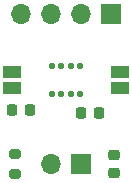
<source format=gbr>
%TF.GenerationSoftware,KiCad,Pcbnew,7.99.0-957-g18dd623122*%
%TF.CreationDate,2023-08-18T16:17:54-04:00*%
%TF.ProjectId,bme680,626d6536-3830-42e6-9b69-6361645f7063,V1.0*%
%TF.SameCoordinates,Original*%
%TF.FileFunction,Soldermask,Top*%
%TF.FilePolarity,Negative*%
%FSLAX46Y46*%
G04 Gerber Fmt 4.6, Leading zero omitted, Abs format (unit mm)*
G04 Created by KiCad (PCBNEW 7.99.0-957-g18dd623122) date 2023-08-18 16:17:54*
%MOMM*%
%LPD*%
G01*
G04 APERTURE LIST*
G04 Aperture macros list*
%AMRoundRect*
0 Rectangle with rounded corners*
0 $1 Rounding radius*
0 $2 $3 $4 $5 $6 $7 $8 $9 X,Y pos of 4 corners*
0 Add a 4 corners polygon primitive as box body*
4,1,4,$2,$3,$4,$5,$6,$7,$8,$9,$2,$3,0*
0 Add four circle primitives for the rounded corners*
1,1,$1+$1,$2,$3*
1,1,$1+$1,$4,$5*
1,1,$1+$1,$6,$7*
1,1,$1+$1,$8,$9*
0 Add four rect primitives between the rounded corners*
20,1,$1+$1,$2,$3,$4,$5,0*
20,1,$1+$1,$4,$5,$6,$7,0*
20,1,$1+$1,$6,$7,$8,$9,0*
20,1,$1+$1,$8,$9,$2,$3,0*%
G04 Aperture macros list end*
%ADD10RoundRect,0.125000X-0.125000X-0.137500X0.125000X-0.137500X0.125000X0.137500X-0.125000X0.137500X0*%
%ADD11RoundRect,0.225000X-0.225000X-0.250000X0.225000X-0.250000X0.225000X0.250000X-0.225000X0.250000X0*%
%ADD12R,1.500000X1.000000*%
%ADD13R,1.700000X1.700000*%
%ADD14O,1.700000X1.700000*%
%ADD15RoundRect,0.218750X0.256250X-0.218750X0.256250X0.218750X-0.256250X0.218750X-0.256250X-0.218750X0*%
%ADD16RoundRect,0.200000X0.275000X-0.200000X0.275000X0.200000X-0.275000X0.200000X-0.275000X-0.200000X0*%
G04 APERTURE END LIST*
D10*
%TO.C,U1*%
X140024000Y-104984500D03*
X140824000Y-104984500D03*
X141624000Y-104984500D03*
X142424000Y-104984500D03*
X142424000Y-107359500D03*
X141624000Y-107359500D03*
X140824000Y-107359500D03*
X140024000Y-107359500D03*
%TD*%
D11*
%TO.C,C2*%
X142481000Y-108966000D03*
X144031000Y-108966000D03*
%TD*%
D12*
%TO.C,JP2*%
X145796000Y-105522001D03*
X145796000Y-106821999D03*
%TD*%
D13*
%TO.C,J1*%
X145024000Y-100584000D03*
D14*
X142484000Y-100584000D03*
X139944001Y-100584000D03*
X137404000Y-100584000D03*
%TD*%
D15*
%TO.C,D1*%
X145288000Y-114071501D03*
X145288000Y-112496499D03*
%TD*%
D16*
%TO.C,R1*%
X136906000Y-114109000D03*
X136906000Y-112459000D03*
%TD*%
D13*
%TO.C,J2*%
X142499000Y-113284000D03*
D14*
X139959000Y-113284000D03*
%TD*%
D12*
%TO.C,JP1*%
X136652000Y-105522001D03*
X136652000Y-106821999D03*
%TD*%
D11*
%TO.C,C1*%
X136639000Y-108712000D03*
X138189000Y-108712000D03*
%TD*%
M02*

</source>
